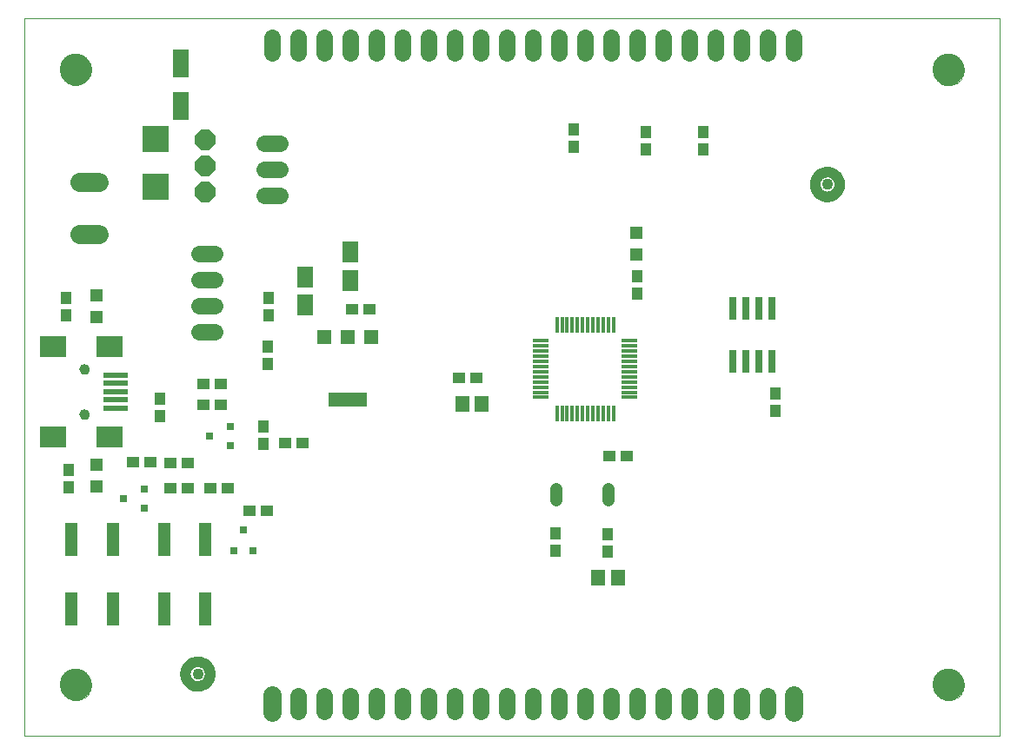
<source format=gts>
G75*
G70*
%OFA0B0*%
%FSLAX24Y24*%
%IPPOS*%
%LPD*%
%AMOC8*
5,1,8,0,0,1.08239X$1,22.5*
%
%ADD10C,0.0000*%
%ADD11R,0.0138X0.0631*%
%ADD12R,0.0631X0.0138*%
%ADD13R,0.0276X0.0316*%
%ADD14C,0.0480*%
%ADD15R,0.0434X0.0473*%
%ADD16R,0.0512X0.0512*%
%ADD17R,0.0552X0.0552*%
%ADD18R,0.1457X0.0552*%
%ADD19R,0.0631X0.0808*%
%ADD20R,0.0473X0.0434*%
%ADD21OC8,0.0800*%
%ADD22R,0.0985X0.0827*%
%ADD23R,0.0949X0.0237*%
%ADD24C,0.0394*%
%ADD25R,0.0316X0.0276*%
%ADD26R,0.0552X0.0631*%
%ADD27C,0.0634*%
%ADD28R,0.1040X0.1040*%
%ADD29R,0.0512X0.1300*%
%ADD30C,0.1221*%
%ADD31R,0.0276X0.0906*%
%ADD32C,0.0434*%
%ADD33C,0.0394*%
%ADD34C,0.0700*%
%ADD35C,0.0745*%
%ADD36R,0.0591X0.1064*%
D10*
X000151Y000151D02*
X037553Y000151D01*
X037553Y027710D01*
X000151Y027710D01*
X000151Y000151D01*
X001529Y002120D02*
X001531Y002168D01*
X001537Y002216D01*
X001547Y002263D01*
X001560Y002309D01*
X001578Y002354D01*
X001598Y002398D01*
X001623Y002440D01*
X001651Y002479D01*
X001681Y002516D01*
X001715Y002550D01*
X001752Y002582D01*
X001790Y002611D01*
X001831Y002636D01*
X001874Y002658D01*
X001919Y002676D01*
X001965Y002690D01*
X002012Y002701D01*
X002060Y002708D01*
X002108Y002711D01*
X002156Y002710D01*
X002204Y002705D01*
X002252Y002696D01*
X002298Y002684D01*
X002343Y002667D01*
X002387Y002647D01*
X002429Y002624D01*
X002469Y002597D01*
X002507Y002567D01*
X002542Y002534D01*
X002574Y002498D01*
X002604Y002460D01*
X002630Y002419D01*
X002652Y002376D01*
X002672Y002332D01*
X002687Y002287D01*
X002699Y002240D01*
X002707Y002192D01*
X002711Y002144D01*
X002711Y002096D01*
X002707Y002048D01*
X002699Y002000D01*
X002687Y001953D01*
X002672Y001908D01*
X002652Y001864D01*
X002630Y001821D01*
X002604Y001780D01*
X002574Y001742D01*
X002542Y001706D01*
X002507Y001673D01*
X002469Y001643D01*
X002429Y001616D01*
X002387Y001593D01*
X002343Y001573D01*
X002298Y001556D01*
X002252Y001544D01*
X002204Y001535D01*
X002156Y001530D01*
X002108Y001529D01*
X002060Y001532D01*
X002012Y001539D01*
X001965Y001550D01*
X001919Y001564D01*
X001874Y001582D01*
X001831Y001604D01*
X001790Y001629D01*
X001752Y001658D01*
X001715Y001690D01*
X001681Y001724D01*
X001651Y001761D01*
X001623Y001800D01*
X001598Y001842D01*
X001578Y001886D01*
X001560Y001931D01*
X001547Y001977D01*
X001537Y002024D01*
X001531Y002072D01*
X001529Y002120D01*
X002269Y012498D02*
X002271Y012524D01*
X002277Y012550D01*
X002287Y012575D01*
X002300Y012598D01*
X002316Y012618D01*
X002336Y012636D01*
X002358Y012651D01*
X002381Y012663D01*
X002407Y012671D01*
X002433Y012675D01*
X002459Y012675D01*
X002485Y012671D01*
X002511Y012663D01*
X002535Y012651D01*
X002556Y012636D01*
X002576Y012618D01*
X002592Y012598D01*
X002605Y012575D01*
X002615Y012550D01*
X002621Y012524D01*
X002623Y012498D01*
X002621Y012472D01*
X002615Y012446D01*
X002605Y012421D01*
X002592Y012398D01*
X002576Y012378D01*
X002556Y012360D01*
X002534Y012345D01*
X002511Y012333D01*
X002485Y012325D01*
X002459Y012321D01*
X002433Y012321D01*
X002407Y012325D01*
X002381Y012333D01*
X002357Y012345D01*
X002336Y012360D01*
X002316Y012378D01*
X002300Y012398D01*
X002287Y012421D01*
X002277Y012446D01*
X002271Y012472D01*
X002269Y012498D01*
X002269Y014230D02*
X002271Y014256D01*
X002277Y014282D01*
X002287Y014307D01*
X002300Y014330D01*
X002316Y014350D01*
X002336Y014368D01*
X002358Y014383D01*
X002381Y014395D01*
X002407Y014403D01*
X002433Y014407D01*
X002459Y014407D01*
X002485Y014403D01*
X002511Y014395D01*
X002535Y014383D01*
X002556Y014368D01*
X002576Y014350D01*
X002592Y014330D01*
X002605Y014307D01*
X002615Y014282D01*
X002621Y014256D01*
X002623Y014230D01*
X002621Y014204D01*
X002615Y014178D01*
X002605Y014153D01*
X002592Y014130D01*
X002576Y014110D01*
X002556Y014092D01*
X002534Y014077D01*
X002511Y014065D01*
X002485Y014057D01*
X002459Y014053D01*
X002433Y014053D01*
X002407Y014057D01*
X002381Y014065D01*
X002357Y014077D01*
X002336Y014092D01*
X002316Y014110D01*
X002300Y014130D01*
X002287Y014153D01*
X002277Y014178D01*
X002271Y014204D01*
X002269Y014230D01*
X001529Y025726D02*
X001531Y025774D01*
X001537Y025822D01*
X001547Y025869D01*
X001560Y025915D01*
X001578Y025960D01*
X001598Y026004D01*
X001623Y026046D01*
X001651Y026085D01*
X001681Y026122D01*
X001715Y026156D01*
X001752Y026188D01*
X001790Y026217D01*
X001831Y026242D01*
X001874Y026264D01*
X001919Y026282D01*
X001965Y026296D01*
X002012Y026307D01*
X002060Y026314D01*
X002108Y026317D01*
X002156Y026316D01*
X002204Y026311D01*
X002252Y026302D01*
X002298Y026290D01*
X002343Y026273D01*
X002387Y026253D01*
X002429Y026230D01*
X002469Y026203D01*
X002507Y026173D01*
X002542Y026140D01*
X002574Y026104D01*
X002604Y026066D01*
X002630Y026025D01*
X002652Y025982D01*
X002672Y025938D01*
X002687Y025893D01*
X002699Y025846D01*
X002707Y025798D01*
X002711Y025750D01*
X002711Y025702D01*
X002707Y025654D01*
X002699Y025606D01*
X002687Y025559D01*
X002672Y025514D01*
X002652Y025470D01*
X002630Y025427D01*
X002604Y025386D01*
X002574Y025348D01*
X002542Y025312D01*
X002507Y025279D01*
X002469Y025249D01*
X002429Y025222D01*
X002387Y025199D01*
X002343Y025179D01*
X002298Y025162D01*
X002252Y025150D01*
X002204Y025141D01*
X002156Y025136D01*
X002108Y025135D01*
X002060Y025138D01*
X002012Y025145D01*
X001965Y025156D01*
X001919Y025170D01*
X001874Y025188D01*
X001831Y025210D01*
X001790Y025235D01*
X001752Y025264D01*
X001715Y025296D01*
X001681Y025330D01*
X001651Y025367D01*
X001623Y025406D01*
X001598Y025448D01*
X001578Y025492D01*
X001560Y025537D01*
X001547Y025583D01*
X001537Y025630D01*
X001531Y025678D01*
X001529Y025726D01*
X034993Y025714D02*
X034995Y025762D01*
X035001Y025810D01*
X035011Y025857D01*
X035024Y025903D01*
X035042Y025948D01*
X035062Y025992D01*
X035087Y026034D01*
X035115Y026073D01*
X035145Y026110D01*
X035179Y026144D01*
X035216Y026176D01*
X035254Y026205D01*
X035295Y026230D01*
X035338Y026252D01*
X035383Y026270D01*
X035429Y026284D01*
X035476Y026295D01*
X035524Y026302D01*
X035572Y026305D01*
X035620Y026304D01*
X035668Y026299D01*
X035716Y026290D01*
X035762Y026278D01*
X035807Y026261D01*
X035851Y026241D01*
X035893Y026218D01*
X035933Y026191D01*
X035971Y026161D01*
X036006Y026128D01*
X036038Y026092D01*
X036068Y026054D01*
X036094Y026013D01*
X036116Y025970D01*
X036136Y025926D01*
X036151Y025881D01*
X036163Y025834D01*
X036171Y025786D01*
X036175Y025738D01*
X036175Y025690D01*
X036171Y025642D01*
X036163Y025594D01*
X036151Y025547D01*
X036136Y025502D01*
X036116Y025458D01*
X036094Y025415D01*
X036068Y025374D01*
X036038Y025336D01*
X036006Y025300D01*
X035971Y025267D01*
X035933Y025237D01*
X035893Y025210D01*
X035851Y025187D01*
X035807Y025167D01*
X035762Y025150D01*
X035716Y025138D01*
X035668Y025129D01*
X035620Y025124D01*
X035572Y025123D01*
X035524Y025126D01*
X035476Y025133D01*
X035429Y025144D01*
X035383Y025158D01*
X035338Y025176D01*
X035295Y025198D01*
X035254Y025223D01*
X035216Y025252D01*
X035179Y025284D01*
X035145Y025318D01*
X035115Y025355D01*
X035087Y025394D01*
X035062Y025436D01*
X035042Y025480D01*
X035024Y025525D01*
X035011Y025571D01*
X035001Y025618D01*
X034995Y025666D01*
X034993Y025714D01*
X034993Y002120D02*
X034995Y002168D01*
X035001Y002216D01*
X035011Y002263D01*
X035024Y002309D01*
X035042Y002354D01*
X035062Y002398D01*
X035087Y002440D01*
X035115Y002479D01*
X035145Y002516D01*
X035179Y002550D01*
X035216Y002582D01*
X035254Y002611D01*
X035295Y002636D01*
X035338Y002658D01*
X035383Y002676D01*
X035429Y002690D01*
X035476Y002701D01*
X035524Y002708D01*
X035572Y002711D01*
X035620Y002710D01*
X035668Y002705D01*
X035716Y002696D01*
X035762Y002684D01*
X035807Y002667D01*
X035851Y002647D01*
X035893Y002624D01*
X035933Y002597D01*
X035971Y002567D01*
X036006Y002534D01*
X036038Y002498D01*
X036068Y002460D01*
X036094Y002419D01*
X036116Y002376D01*
X036136Y002332D01*
X036151Y002287D01*
X036163Y002240D01*
X036171Y002192D01*
X036175Y002144D01*
X036175Y002096D01*
X036171Y002048D01*
X036163Y002000D01*
X036151Y001953D01*
X036136Y001908D01*
X036116Y001864D01*
X036094Y001821D01*
X036068Y001780D01*
X036038Y001742D01*
X036006Y001706D01*
X035971Y001673D01*
X035933Y001643D01*
X035893Y001616D01*
X035851Y001593D01*
X035807Y001573D01*
X035762Y001556D01*
X035716Y001544D01*
X035668Y001535D01*
X035620Y001530D01*
X035572Y001529D01*
X035524Y001532D01*
X035476Y001539D01*
X035429Y001550D01*
X035383Y001564D01*
X035338Y001582D01*
X035295Y001604D01*
X035254Y001629D01*
X035216Y001658D01*
X035179Y001690D01*
X035145Y001724D01*
X035115Y001761D01*
X035087Y001800D01*
X035062Y001842D01*
X035042Y001886D01*
X035024Y001931D01*
X035011Y001977D01*
X035001Y002024D01*
X034995Y002072D01*
X034993Y002120D01*
D11*
X022735Y012538D03*
X022539Y012538D03*
X022342Y012538D03*
X022145Y012538D03*
X021948Y012538D03*
X021751Y012538D03*
X021554Y012538D03*
X021357Y012538D03*
X021161Y012538D03*
X020964Y012538D03*
X020767Y012538D03*
X020570Y012538D03*
X020570Y015924D03*
X020767Y015924D03*
X020964Y015924D03*
X021161Y015924D03*
X021357Y015924D03*
X021554Y015924D03*
X021751Y015924D03*
X021948Y015924D03*
X022145Y015924D03*
X022342Y015924D03*
X022539Y015924D03*
X022735Y015924D03*
D12*
X023346Y015313D03*
X023346Y015117D03*
X023346Y014920D03*
X023346Y014723D03*
X023346Y014526D03*
X023346Y014329D03*
X023346Y014132D03*
X023346Y013935D03*
X023346Y013739D03*
X023346Y013542D03*
X023346Y013345D03*
X023346Y013148D03*
X019960Y013148D03*
X019960Y013345D03*
X019960Y013542D03*
X019960Y013739D03*
X019960Y013935D03*
X019960Y014132D03*
X019960Y014329D03*
X019960Y014526D03*
X019960Y014723D03*
X019960Y014920D03*
X019960Y015117D03*
X019960Y015313D03*
D13*
X008931Y007262D03*
X008183Y007262D03*
X008557Y008050D03*
D14*
X020553Y009191D02*
X020553Y009631D01*
X022553Y009631D02*
X022553Y009191D01*
D15*
X022503Y007895D03*
X022503Y007226D03*
X020511Y007265D03*
X020511Y007934D03*
X028951Y012615D03*
X028951Y013284D03*
X023642Y017131D03*
X023642Y017800D03*
X023989Y022668D03*
X023989Y023337D03*
X026195Y023337D03*
X026195Y022668D03*
X021217Y022765D03*
X021217Y023434D03*
X009500Y016970D03*
X009500Y016301D03*
X009467Y015084D03*
X009467Y014415D03*
X009322Y012030D03*
X009322Y011361D03*
X005353Y012432D03*
X005353Y013102D03*
X001850Y010373D03*
X001850Y009704D03*
X001753Y016279D03*
X001753Y016948D03*
D16*
X002901Y017064D03*
X002901Y016237D03*
X002901Y010565D03*
X002901Y009738D03*
X023600Y018631D03*
X023600Y019458D03*
D17*
X013458Y015468D03*
X012553Y015468D03*
X011647Y015468D03*
D18*
X012553Y013066D03*
D19*
X010900Y016694D03*
X010900Y017777D03*
X012650Y017644D03*
X012650Y018727D03*
D20*
X012722Y016528D03*
X013392Y016528D03*
X016817Y013901D03*
X017486Y013901D03*
X022567Y010901D03*
X023236Y010901D03*
X010820Y011403D03*
X010151Y011403D03*
X007936Y009651D03*
X007267Y009651D03*
X006426Y009656D03*
X005757Y009656D03*
X005757Y010645D03*
X006426Y010645D03*
X004976Y010656D03*
X004307Y010656D03*
X007018Y012867D03*
X007687Y012867D03*
X007687Y013667D03*
X007018Y013667D03*
X008768Y008807D03*
X009437Y008807D03*
D21*
X007079Y021036D03*
X007079Y022036D03*
X007079Y023036D03*
D22*
X003431Y015096D03*
X001265Y015096D03*
X001265Y011631D03*
X003431Y011631D03*
D23*
X003653Y012734D03*
X003653Y013049D03*
X003653Y013364D03*
X003653Y013679D03*
X003653Y013994D03*
D24*
X002446Y014230D03*
X002446Y012498D03*
D25*
X004735Y009627D03*
X003948Y009253D03*
X004735Y008879D03*
X008046Y011293D03*
X007259Y011667D03*
X008046Y012041D03*
D26*
X016943Y012900D03*
X017691Y012900D03*
X022161Y006212D03*
X022909Y006212D03*
D27*
X022651Y001698D02*
X022651Y001104D01*
X023651Y001104D02*
X023651Y001698D01*
X024651Y001698D02*
X024651Y001104D01*
X025651Y001104D02*
X025651Y001698D01*
X026651Y001698D02*
X026651Y001104D01*
X027651Y001104D02*
X027651Y001698D01*
X028651Y001698D02*
X028651Y001104D01*
X021651Y001104D02*
X021651Y001698D01*
X020651Y001698D02*
X020651Y001104D01*
X019651Y001104D02*
X019651Y001698D01*
X018651Y001698D02*
X018651Y001104D01*
X017651Y001104D02*
X017651Y001698D01*
X016651Y001698D02*
X016651Y001104D01*
X015651Y001104D02*
X015651Y001698D01*
X014651Y001698D02*
X014651Y001104D01*
X013651Y001104D02*
X013651Y001698D01*
X012651Y001698D02*
X012651Y001104D01*
X011651Y001104D02*
X011651Y001698D01*
X010651Y001698D02*
X010651Y001104D01*
X007448Y015651D02*
X006854Y015651D01*
X006854Y016651D02*
X007448Y016651D01*
X007448Y017651D02*
X006854Y017651D01*
X006854Y018651D02*
X007448Y018651D01*
X009354Y020901D02*
X009948Y020901D01*
X009948Y021901D02*
X009354Y021901D01*
X009354Y022901D02*
X009948Y022901D01*
X009651Y026355D02*
X009651Y026949D01*
X010651Y026949D02*
X010651Y026355D01*
X011651Y026355D02*
X011651Y026949D01*
X012651Y026949D02*
X012651Y026355D01*
X013651Y026355D02*
X013651Y026949D01*
X014651Y026949D02*
X014651Y026355D01*
X015651Y026355D02*
X015651Y026949D01*
X016651Y026949D02*
X016651Y026355D01*
X017651Y026355D02*
X017651Y026949D01*
X018651Y026949D02*
X018651Y026355D01*
X019651Y026354D02*
X019651Y026948D01*
X020651Y026948D02*
X020651Y026354D01*
X021651Y026354D02*
X021651Y026948D01*
X022651Y026948D02*
X022651Y026354D01*
X023651Y026354D02*
X023651Y026948D01*
X024651Y026948D02*
X024651Y026354D01*
X025651Y026354D02*
X025651Y026948D01*
X026651Y026948D02*
X026651Y026354D01*
X027651Y026354D02*
X027651Y026948D01*
X028651Y026948D02*
X028651Y026354D01*
X029651Y026354D02*
X029651Y026948D01*
D28*
X005185Y023078D03*
X005185Y021228D03*
D29*
X005501Y007691D03*
X007076Y007691D03*
X003540Y007690D03*
X001965Y007690D03*
X001965Y005013D03*
X003540Y005013D03*
X005501Y005014D03*
X007076Y005014D03*
D30*
X002120Y002120D03*
X002120Y025726D03*
X035584Y025714D03*
X035584Y002120D03*
D31*
X028801Y014529D03*
X028301Y014529D03*
X027801Y014529D03*
X027301Y014529D03*
X027301Y016576D03*
X027801Y016576D03*
X028301Y016576D03*
X028801Y016576D03*
D32*
X030951Y021314D03*
X006801Y002527D03*
D33*
X006329Y002527D02*
X006331Y002570D01*
X006337Y002612D01*
X006347Y002654D01*
X006360Y002695D01*
X006377Y002735D01*
X006398Y002772D01*
X006422Y002808D01*
X006449Y002841D01*
X006479Y002872D01*
X006512Y002900D01*
X006547Y002925D01*
X006584Y002946D01*
X006623Y002964D01*
X006663Y002978D01*
X006705Y002989D01*
X006747Y002996D01*
X006790Y002999D01*
X006833Y002998D01*
X006876Y002993D01*
X006918Y002984D01*
X006959Y002972D01*
X006999Y002956D01*
X007037Y002936D01*
X007073Y002913D01*
X007107Y002886D01*
X007139Y002857D01*
X007167Y002825D01*
X007193Y002790D01*
X007215Y002754D01*
X007234Y002715D01*
X007249Y002675D01*
X007261Y002634D01*
X007269Y002591D01*
X007273Y002548D01*
X007273Y002506D01*
X007269Y002463D01*
X007261Y002420D01*
X007249Y002379D01*
X007234Y002339D01*
X007215Y002300D01*
X007193Y002264D01*
X007167Y002229D01*
X007139Y002197D01*
X007107Y002168D01*
X007073Y002141D01*
X007037Y002118D01*
X006999Y002098D01*
X006959Y002082D01*
X006918Y002070D01*
X006876Y002061D01*
X006833Y002056D01*
X006790Y002055D01*
X006747Y002058D01*
X006705Y002065D01*
X006663Y002076D01*
X006623Y002090D01*
X006584Y002108D01*
X006547Y002129D01*
X006512Y002154D01*
X006479Y002182D01*
X006449Y002213D01*
X006422Y002246D01*
X006398Y002282D01*
X006377Y002319D01*
X006360Y002359D01*
X006347Y002400D01*
X006337Y002442D01*
X006331Y002484D01*
X006329Y002527D01*
X030479Y021314D02*
X030481Y021357D01*
X030487Y021399D01*
X030497Y021441D01*
X030510Y021482D01*
X030527Y021522D01*
X030548Y021559D01*
X030572Y021595D01*
X030599Y021628D01*
X030629Y021659D01*
X030662Y021687D01*
X030697Y021712D01*
X030734Y021733D01*
X030773Y021751D01*
X030813Y021765D01*
X030855Y021776D01*
X030897Y021783D01*
X030940Y021786D01*
X030983Y021785D01*
X031026Y021780D01*
X031068Y021771D01*
X031109Y021759D01*
X031149Y021743D01*
X031187Y021723D01*
X031223Y021700D01*
X031257Y021673D01*
X031289Y021644D01*
X031317Y021612D01*
X031343Y021577D01*
X031365Y021541D01*
X031384Y021502D01*
X031399Y021462D01*
X031411Y021421D01*
X031419Y021378D01*
X031423Y021335D01*
X031423Y021293D01*
X031419Y021250D01*
X031411Y021207D01*
X031399Y021166D01*
X031384Y021126D01*
X031365Y021087D01*
X031343Y021051D01*
X031317Y021016D01*
X031289Y020984D01*
X031257Y020955D01*
X031223Y020928D01*
X031187Y020905D01*
X031149Y020885D01*
X031109Y020869D01*
X031068Y020857D01*
X031026Y020848D01*
X030983Y020843D01*
X030940Y020842D01*
X030897Y020845D01*
X030855Y020852D01*
X030813Y020863D01*
X030773Y020877D01*
X030734Y020895D01*
X030697Y020916D01*
X030662Y020941D01*
X030629Y020969D01*
X030599Y021000D01*
X030572Y021033D01*
X030548Y021069D01*
X030527Y021106D01*
X030510Y021146D01*
X030497Y021187D01*
X030487Y021229D01*
X030481Y021271D01*
X030479Y021314D01*
D34*
X029651Y001731D02*
X029651Y001071D01*
X009651Y001072D02*
X009651Y001732D01*
D35*
X003004Y019401D02*
X002299Y019401D01*
X002299Y021401D02*
X003004Y021401D01*
D36*
X006151Y024344D03*
X006151Y025958D03*
M02*

</source>
